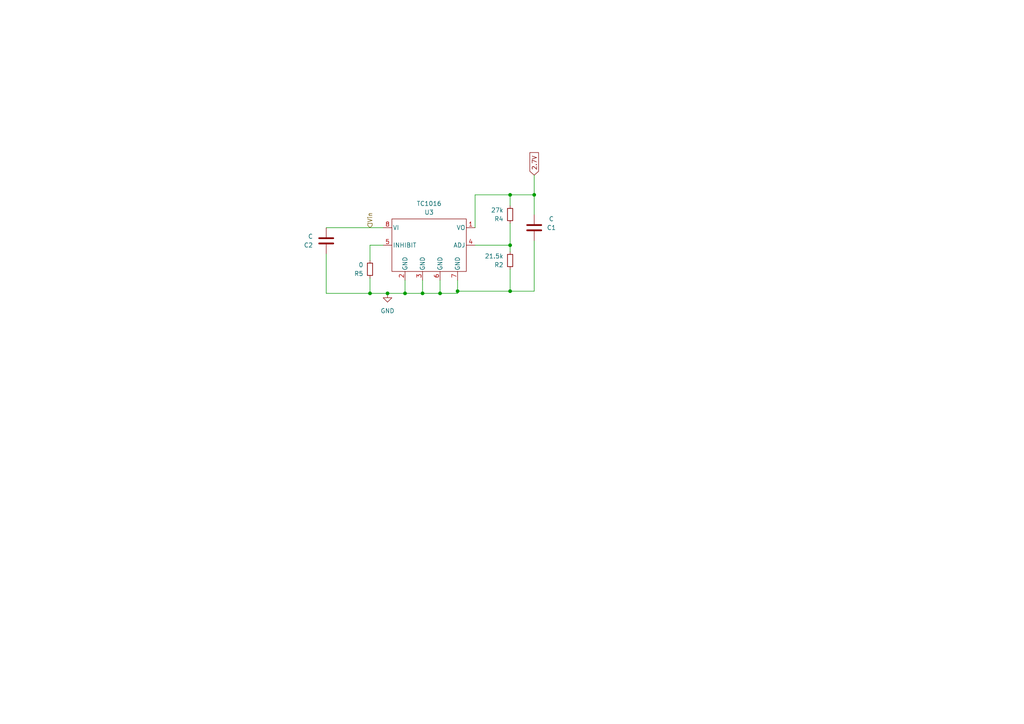
<source format=kicad_sch>
(kicad_sch (version 20230121) (generator eeschema)
  (paper "A4")
  (lib_symbols
    (symbol "Device:C" (pin_numbers hide) (pin_names (offset 0.254))
      (property "Reference" "C" (at 0.635 2.54 0))
      (property "Value" "C" (at 0.635 -2.54 0))
      (symbol "C_0_1"
        (polyline (pts (xy -2.032 -0.762) (xy 2.032 -0.762)) (stroke (width 0.508)))
        (polyline (pts (xy -2.032 0.762) (xy 2.032 0.762)) (stroke (width 0.508)))
      )
      (symbol "C_1_1"
        (pin passive line (at 0 3.81 270) (length 2.794) (name "~") (number "1"))
        (pin passive line (at 0 -3.81 90) (length 2.794) (name "~") (number "2"))
      )
    )
    (symbol "Device:R_Small" (pin_numbers hide) (pin_names (offset 0.254) hide)
      (property "Reference" "R" (at 0.762 0.508 0))
      (property "Value" "R_Small" (at 0.762 -1.016 0))
      (symbol "R_Small_0_1"
        (rectangle (start -0.762 1.778) (end 0.762 -1.778) (stroke (width 0.2032)))
      )
      (symbol "R_Small_1_1"
        (pin passive line (at 0 2.54 270) (length 0.762) (name "~") (number "1"))
        (pin passive line (at 0 -2.54 90) (length 0.762) (name "~") (number "2"))
      )
    )
    (symbol "kody_custom_symbols:LM2931D-R" (pin_names (offset 0.254))
      (property "Reference" "U2" (at 0 6.35 0))
      (property "Value" "TC1016" (at 0 3.81 0))
      (symbol "LM2931D-R_0_1"
        (rectangle (start -11.43 2.54) (end 10.16 -12.7))
      )
      (symbol "LM2931D-R_1_1"
        (pin power_out line (at 12.7 0 180) (length 2.54) (name "VO") (number "1"))
        (pin power_in line (at -7.62 -15.24 90) (length 2.54) (name "GND") (number "2"))
        (pin power_in line (at -2.54 -15.24 90) (length 2.54) (name "GND") (number "3"))
        (pin input line (at 12.7 -5.08 180) (length 2.54) (name "ADJ") (number "4"))
        (pin power_out line (at -13.97 -5.08 0) (length 2.54) (name "INHIBIT") (number "5"))
        (pin power_in line (at 2.54 -15.24 90) (length 2.54) (name "GND") (number "6"))
        (pin power_in line (at 7.62 -15.24 90) (length 2.54) (name "GND") (number "7"))
        (pin power_in line (at -13.97 0 0) (length 2.54) (name "VI") (number "8"))
      )
    )
    (symbol "power:GND" (power) (pin_names (offset 0))
      (property "Value" "GND" (at 0 -3.81 0))
      (symbol "GND_0_1"
        (polyline (pts (xy 0 0) (xy 0 -1.27) (xy 1.27 -1.27) (xy 0 -2.54) (xy -1.27 -1.27) (xy 0 -1.27)))
      )
      (symbol "GND_1_1"
        (pin power_in line (at 0 0 270) (length 0) hide (name "GND") (number "1"))
      )
    )
  )
  (junction (at 147.955 71.12))
  (junction (at 117.475 85.09))
  (junction (at 122.555 85.09))
  (junction (at 107.315 85.09))
  (junction (at 147.955 56.515))
  (junction (at 147.955 84.455))
  (junction (at 154.94 56.515))
  (junction (at 112.395 85.09))
  (junction (at 127.635 85.09))
  (junction (at 132.715 84.455))
  (wire (pts (xy 147.955 56.515) (xy 137.795 56.515)))
  (wire (pts (xy 147.955 73.025) (xy 147.955 71.12)))
  (wire (pts (xy 154.94 69.85) (xy 154.94 84.455)))
  (wire (pts (xy 94.615 73.66) (xy 94.615 85.09)))
  (wire (pts (xy 94.615 66.04) (xy 111.125 66.04)))
  (wire (pts (xy 127.635 85.09) (xy 122.555 85.09)))
  (wire (pts (xy 147.955 71.12) (xy 147.955 64.77)))
  (wire (pts (xy 107.315 85.09) (xy 94.615 85.09)))
  (wire (pts (xy 132.715 84.455) (xy 132.715 81.28)))
  (wire (pts (xy 127.635 81.28) (xy 127.635 85.09)))
  (wire (pts (xy 154.94 56.515) (xy 147.955 56.515)))
  (wire (pts (xy 147.955 84.455) (xy 147.955 78.105)))
  (wire (pts (xy 111.125 71.12) (xy 107.315 71.12)))
  (wire (pts (xy 117.475 85.09) (xy 117.475 81.28)))
  (wire (pts (xy 147.955 59.69) (xy 147.955 56.515)))
  (wire (pts (xy 107.315 85.09) (xy 107.315 80.645)))
  (wire (pts (xy 107.315 75.565) (xy 107.315 71.12)))
  (wire (pts (xy 117.475 85.09) (xy 112.395 85.09)))
  (wire (pts (xy 122.555 85.09) (xy 117.475 85.09)))
  (wire (pts (xy 112.395 85.09) (xy 107.315 85.09)))
  (wire (pts (xy 147.955 71.12) (xy 137.795 71.12)))
  (wire (pts (xy 154.94 84.455) (xy 147.955 84.455)))
  (wire (pts (xy 154.94 56.515) (xy 154.94 50.8)))
  (wire (pts (xy 154.94 62.23) (xy 154.94 56.515)))
  (wire (pts (xy 147.955 84.455) (xy 132.715 84.455)))
  (wire (pts (xy 127.635 85.09) (xy 132.715 85.09)))
  (wire (pts (xy 122.555 81.28) (xy 122.555 85.09)))
  (wire (pts (xy 137.795 66.04) (xy 137.795 56.515)))
  (wire (pts (xy 132.715 85.09) (xy 132.715 84.455)))
  (global_label "2.7V" (shape input) (at 154.94 50.8 90) (property "Intersheetrefs" "${INTERSHEET_REFS}" (effects hide)))
  (hierarchical_label "Vin" (shape input) (at 107.315 66.04 90))
  (symbol (lib_id "Device:C") (at 94.615 69.85 180) (unit 1)
    (property "Reference" "C2" (at 90.805 71.12 0) (effects (justify left)))
    (property "Value" "C" (at 90.805 68.58 0) (effects (justify left)))
    (property "Footprint" "Capacitor_SMD:C_0805_2012Metric_Pad1.18x1.45mm_HandSolder" (effects hide))
    (instances (project "current_sink_swim" (path "" (reference "C2") (unit 1)) (path "" (reference "C3") (unit 1))))
  )
  (symbol (lib_id "kody_custom_symbols:LM2931D-R") (at 125.095 66.04 0) (unit 1)
    (property "Reference" "U3" (at 124.46 61.595 0))
    (property "Value" "TC1016" (at 124.46 59.055 0))
    (property "Footprint" "Package_SO:SOIC-8_3.9x4.9mm_P1.27mm" (effects hide))
    (property "Datasheet" "https://www.onsemi.com/pdf/datasheet/lm2931-d.pdf" (effects hide))
    (property "MPN" "NCV2931CDR2G" (effects hide))
  )
  (symbol (lib_id "power:GND") (at 112.395 85.09 0) (unit 1)
    (property "Reference" "#PWR03" (effects hide))
    (property "Value" "GND" (at 112.395 90.17 0))
    (instances (project "current_sink_swim" (path "" (reference "#PWR03") (unit 1)) (path "" (reference "#PWR08") (unit 1))))
  )
  (symbol (lib_id "Device:C") (at 154.94 66.04 180) (unit 1)
    (property "Reference" "C1" (at 161.29 66.04 0) (effects (justify left)))
    (property "Value" "C" (at 160.655 63.5 0) (effects (justify left)))
    (property "Footprint" "Capacitor_SMD:C_0805_2012Metric_Pad1.18x1.45mm_HandSolder" (effects hide))
    (instances (project "current_sink_swim" (path "" (reference "C1") (unit 1)) (path "" (reference "C4") (unit 1))))
  )
  (symbol (lib_id "Device:R_Small") (at 107.315 78.105 180) (unit 1)
    (property "Reference" "R5" (at 105.41 79.375 0) (effects (justify left)))
    (property "Value" "0" (at 105.41 76.835 0) (effects (justify left)))
    (property "Footprint" "Resistor_SMD:R_0805_2012Metric_Pad1.20x1.40mm_HandSolder" (effects hide))
    (instances (project "current_sink_swim" (path "" (reference "R5") (unit 1)) (path "" (reference "R7") (unit 1))))
  )
  (symbol (lib_id "Device:R_Small") (at 147.955 75.565 180) (unit 1)
    (property "Reference" "R2" (at 146.05 76.835 0) (effects (justify left)))
    (property "Value" "21.5k" (at 146.05 74.295 0) (effects (justify left)))
    (property "Footprint" "Resistor_SMD:R_0805_2012Metric_Pad1.20x1.40mm_HandSolder" (effects hide))
    (instances (project "current_sink_swim" (path "" (reference "R2") (unit 1)) (path "" (reference "R9") (unit 1))))
  )
  (symbol (lib_id "Device:R_Small") (at 147.955 62.23 180) (unit 1)
    (property "Reference" "R4" (at 146.05 63.5 0) (effects (justify left)))
    (property "Value" "27k" (at 146.05 60.96 0) (effects (justify left)))
    (property "Footprint" "Resistor_SMD:R_0805_2012Metric_Pad1.20x1.40mm_HandSolder" (effects hide))
    (instances (project "current_sink_swim" (path "" (reference "R4") (unit 1)) (path "" (reference "R8") (unit 1))))
  )
)
</source>
